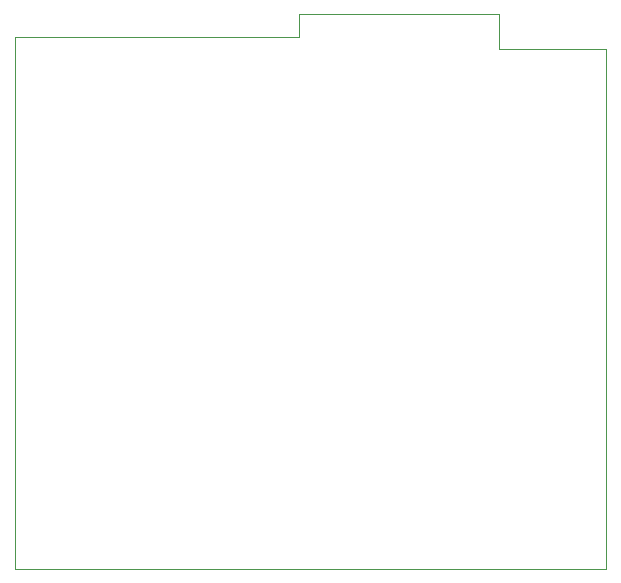
<source format=gbr>
%TF.GenerationSoftware,KiCad,Pcbnew,9.0.1*%
%TF.CreationDate,2025-05-01T00:05:03-04:00*%
%TF.ProjectId,main_board,6d61696e-5f62-46f6-9172-642e6b696361,rev?*%
%TF.SameCoordinates,Original*%
%TF.FileFunction,Profile,NP*%
%FSLAX46Y46*%
G04 Gerber Fmt 4.6, Leading zero omitted, Abs format (unit mm)*
G04 Created by KiCad (PCBNEW 9.0.1) date 2025-05-01 00:05:03*
%MOMM*%
%LPD*%
G01*
G04 APERTURE LIST*
%TA.AperFunction,Profile*%
%ADD10C,0.050000*%
%TD*%
G04 APERTURE END LIST*
D10*
X138000000Y-68000000D02*
X155000000Y-68000000D01*
X138000000Y-70000000D02*
X138000000Y-68000000D01*
X114000000Y-70000000D02*
X114000000Y-115000000D01*
X155000000Y-71000000D02*
X164000000Y-71000000D01*
X164000000Y-115000000D02*
X164000000Y-71000000D01*
X114000000Y-70000000D02*
X138000000Y-70000000D01*
X155000000Y-68000000D02*
X155000000Y-71000000D01*
X114000000Y-115000000D02*
X164000000Y-115000000D01*
M02*

</source>
